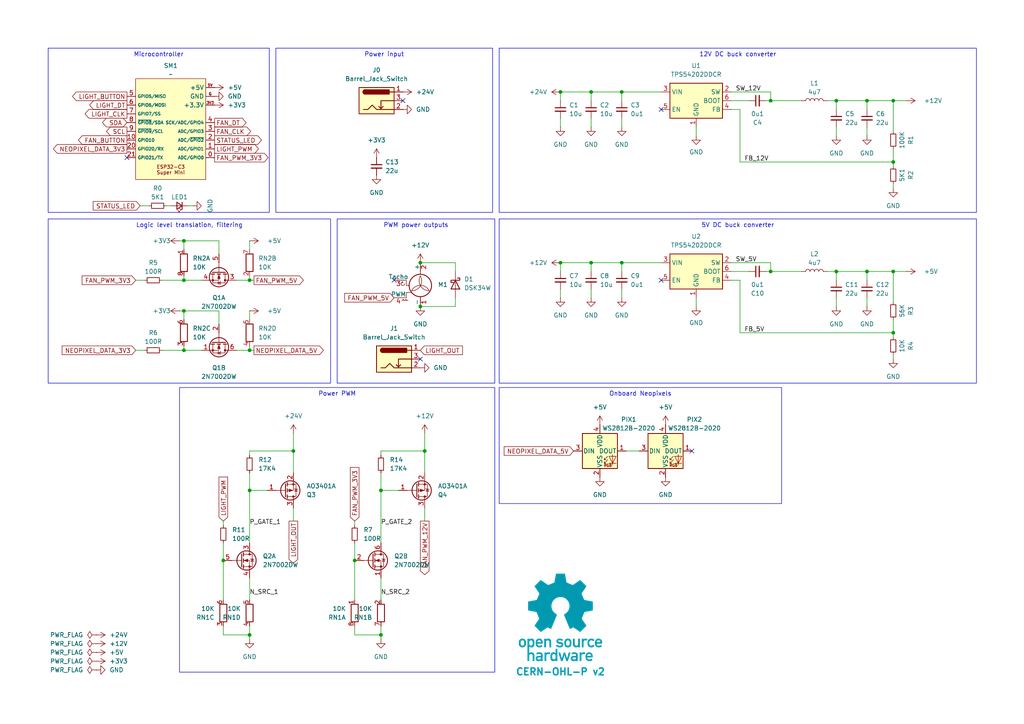
<source format=kicad_sch>
(kicad_sch (version 20231120) (generator "eeschema") (generator_version "8.0")
  (paper "A4")
  (junction (at 53.34 69.85))
  (junction (at 162.56 26.67))
  (junction (at 110.49 142.24))
  (junction (at 180.34 76.2))
  (junction (at 259.08 78.74))
  (junction (at 121.92 76.2))
  (junction (at 64.77 162.56))
  (junction (at 251.46 78.74))
  (junction (at 171.45 26.67))
  (junction (at 259.08 96.52))
  (junction (at 123.19 130.81))
  (junction (at 180.34 26.67))
  (junction (at 53.34 101.6))
  (junction (at 53.34 81.28))
  (junction (at 110.49 184.15))
  (junction (at 53.34 90.17))
  (junction (at 162.56 76.2))
  (junction (at 102.87 162.56))
  (junction (at 259.08 46.99))
  (junction (at 251.46 29.21))
  (junction (at 223.52 78.74))
  (junction (at 72.39 81.28))
  (junction (at 242.57 29.21))
  (junction (at 72.39 184.15))
  (junction (at 242.57 78.74))
  (junction (at 223.52 29.21))
  (junction (at 72.39 142.24))
  (junction (at 121.92 88.9))
  (junction (at 259.08 29.21))
  (junction (at 171.45 76.2))
  (junction (at 85.09 130.81))
  (junction (at 72.39 101.6))
  (no_connect (at 200.66 130.81))
  (no_connect (at 121.92 104.14))
  (no_connect (at 191.77 31.75))
  (no_connect (at 114.3 81.28))
  (no_connect (at 191.77 81.28))
  (no_connect (at 36.83 45.72))
  (no_connect (at 116.84 29.21))
  (wire (pts (xy 242.57 29.21) (xy 251.46 29.21)))
  (wire (pts (xy 72.39 142.24) (xy 72.39 157.48)))
  (wire (pts (xy 132.08 76.2) (xy 121.92 76.2)))
  (wire (pts (xy 52.07 69.85) (xy 53.34 69.85)))
  (wire (pts (xy 259.08 78.74) (xy 262.89 78.74)))
  (wire (pts (xy 214.63 31.75) (xy 212.09 31.75)))
  (wire (pts (xy 53.34 69.85) (xy 53.34 72.39)))
  (wire (pts (xy 132.08 78.74) (xy 132.08 76.2)))
  (wire (pts (xy 72.39 167.64) (xy 72.39 173.99)))
  (wire (pts (xy 52.07 90.17) (xy 53.34 90.17)))
  (wire (pts (xy 180.34 86.36) (xy 180.34 83.82)))
  (wire (pts (xy 72.39 69.85) (xy 72.39 72.39)))
  (wire (pts (xy 251.46 29.21) (xy 259.08 29.21)))
  (wire (pts (xy 110.49 184.15) (xy 110.49 185.42)))
  (wire (pts (xy 123.19 130.81) (xy 123.19 137.16)))
  (wire (pts (xy 212.09 78.74) (xy 217.17 78.74)))
  (wire (pts (xy 72.39 101.6) (xy 73.66 101.6)))
  (wire (pts (xy 201.93 88.9) (xy 201.93 86.36)))
  (wire (pts (xy 110.49 142.24) (xy 115.57 142.24)))
  (wire (pts (xy 251.46 78.74) (xy 259.08 78.74)))
  (wire (pts (xy 102.87 157.48) (xy 102.87 162.56)))
  (wire (pts (xy 110.49 167.64) (xy 110.49 173.99)))
  (wire (pts (xy 123.19 125.73) (xy 123.19 130.81)))
  (wire (pts (xy 72.39 132.08) (xy 72.39 130.81)))
  (wire (pts (xy 180.34 26.67) (xy 191.77 26.67)))
  (wire (pts (xy 63.5 73.66) (xy 63.5 69.85)))
  (wire (pts (xy 222.25 29.21) (xy 223.52 29.21)))
  (wire (pts (xy 102.87 151.13) (xy 102.87 152.4)))
  (wire (pts (xy 72.39 184.15) (xy 72.39 185.42)))
  (wire (pts (xy 39.37 81.28) (xy 41.91 81.28)))
  (wire (pts (xy 180.34 78.74) (xy 180.34 76.2)))
  (wire (pts (xy 251.46 31.75) (xy 251.46 29.21)))
  (wire (pts (xy 180.34 36.83) (xy 180.34 34.29)))
  (wire (pts (xy 214.63 46.99) (xy 214.63 31.75)))
  (wire (pts (xy 63.5 93.98) (xy 63.5 90.17)))
  (wire (pts (xy 162.56 86.36) (xy 162.56 83.82)))
  (wire (pts (xy 72.39 90.17) (xy 72.39 92.71)))
  (wire (pts (xy 64.77 157.48) (xy 64.77 162.56)))
  (wire (pts (xy 55.88 59.69) (xy 54.61 59.69)))
  (wire (pts (xy 110.49 142.24) (xy 110.49 157.48)))
  (wire (pts (xy 242.57 39.37) (xy 242.57 36.83)))
  (wire (pts (xy 214.63 96.52) (xy 259.08 96.52)))
  (wire (pts (xy 46.99 101.6) (xy 53.34 101.6)))
  (wire (pts (xy 39.37 101.6) (xy 41.91 101.6)))
  (wire (pts (xy 102.87 181.61) (xy 102.87 184.15)))
  (wire (pts (xy 212.09 29.21) (xy 217.17 29.21)))
  (wire (pts (xy 259.08 104.14) (xy 259.08 102.87)))
  (wire (pts (xy 171.45 86.36) (xy 171.45 83.82)))
  (wire (pts (xy 180.34 76.2) (xy 191.77 76.2)))
  (wire (pts (xy 110.49 181.61) (xy 110.49 184.15)))
  (wire (pts (xy 53.34 80.01) (xy 53.34 81.28)))
  (wire (pts (xy 242.57 88.9) (xy 242.57 86.36)))
  (wire (pts (xy 102.87 162.56) (xy 102.87 173.99)))
  (wire (pts (xy 53.34 100.33) (xy 53.34 101.6)))
  (wire (pts (xy 251.46 88.9) (xy 251.46 86.36)))
  (wire (pts (xy 259.08 46.99) (xy 259.08 48.26)))
  (wire (pts (xy 53.34 69.85) (xy 63.5 69.85)))
  (wire (pts (xy 85.09 151.13) (xy 85.09 147.32)))
  (wire (pts (xy 242.57 78.74) (xy 242.57 81.28)))
  (wire (pts (xy 181.61 130.81) (xy 185.42 130.81)))
  (wire (pts (xy 171.45 29.21) (xy 171.45 26.67)))
  (wire (pts (xy 110.49 137.16) (xy 110.49 142.24)))
  (wire (pts (xy 171.45 76.2) (xy 180.34 76.2)))
  (wire (pts (xy 259.08 96.52) (xy 259.08 97.79)))
  (wire (pts (xy 123.19 151.13) (xy 123.19 147.32)))
  (wire (pts (xy 72.39 81.28) (xy 73.66 81.28)))
  (wire (pts (xy 72.39 100.33) (xy 72.39 101.6)))
  (wire (pts (xy 64.77 162.56) (xy 64.77 173.99)))
  (wire (pts (xy 259.08 78.74) (xy 259.08 87.63)))
  (wire (pts (xy 251.46 81.28) (xy 251.46 78.74)))
  (wire (pts (xy 68.58 81.28) (xy 72.39 81.28)))
  (wire (pts (xy 162.56 76.2) (xy 171.45 76.2)))
  (wire (pts (xy 162.56 36.83) (xy 162.56 34.29)))
  (wire (pts (xy 212.09 26.67) (xy 223.52 26.67)))
  (wire (pts (xy 214.63 81.28) (xy 212.09 81.28)))
  (wire (pts (xy 102.87 184.15) (xy 110.49 184.15)))
  (wire (pts (xy 259.08 29.21) (xy 259.08 38.1)))
  (wire (pts (xy 214.63 46.99) (xy 259.08 46.99)))
  (wire (pts (xy 68.58 101.6) (xy 72.39 101.6)))
  (wire (pts (xy 162.56 78.74) (xy 162.56 76.2)))
  (wire (pts (xy 132.08 86.36) (xy 132.08 88.9)))
  (wire (pts (xy 121.92 88.9) (xy 132.08 88.9)))
  (wire (pts (xy 259.08 54.61) (xy 259.08 53.34)))
  (wire (pts (xy 72.39 137.16) (xy 72.39 142.24)))
  (wire (pts (xy 223.52 29.21) (xy 232.41 29.21)))
  (wire (pts (xy 171.45 78.74) (xy 171.45 76.2)))
  (wire (pts (xy 64.77 181.61) (xy 64.77 184.15)))
  (wire (pts (xy 110.49 130.81) (xy 123.19 130.81)))
  (wire (pts (xy 64.77 151.13) (xy 64.77 152.4)))
  (wire (pts (xy 110.49 132.08) (xy 110.49 130.81)))
  (wire (pts (xy 222.25 78.74) (xy 223.52 78.74)))
  (wire (pts (xy 251.46 39.37) (xy 251.46 36.83)))
  (wire (pts (xy 72.39 181.61) (xy 72.39 184.15)))
  (wire (pts (xy 72.39 80.01) (xy 72.39 81.28)))
  (wire (pts (xy 214.63 96.52) (xy 214.63 81.28)))
  (wire (pts (xy 53.34 101.6) (xy 58.42 101.6)))
  (wire (pts (xy 43.18 59.69) (xy 40.64 59.69)))
  (wire (pts (xy 171.45 26.67) (xy 180.34 26.67)))
  (wire (pts (xy 242.57 78.74) (xy 251.46 78.74)))
  (wire (pts (xy 162.56 26.67) (xy 171.45 26.67)))
  (wire (pts (xy 46.99 81.28) (xy 53.34 81.28)))
  (wire (pts (xy 72.39 142.24) (xy 77.47 142.24)))
  (wire (pts (xy 223.52 26.67) (xy 223.52 29.21)))
  (wire (pts (xy 85.09 130.81) (xy 85.09 137.16)))
  (wire (pts (xy 259.08 43.18) (xy 259.08 46.99)))
  (wire (pts (xy 259.08 92.71) (xy 259.08 96.52)))
  (wire (pts (xy 223.52 78.74) (xy 232.41 78.74)))
  (wire (pts (xy 53.34 90.17) (xy 53.34 92.71)))
  (wire (pts (xy 53.34 90.17) (xy 63.5 90.17)))
  (wire (pts (xy 259.08 29.21) (xy 262.89 29.21)))
  (wire (pts (xy 242.57 29.21) (xy 242.57 31.75)))
  (wire (pts (xy 162.56 29.21) (xy 162.56 26.67)))
  (wire (pts (xy 72.39 130.81) (xy 85.09 130.81)))
  (wire (pts (xy 53.34 81.28) (xy 58.42 81.28)))
  (wire (pts (xy 85.09 125.73) (xy 85.09 130.81)))
  (wire (pts (xy 223.52 76.2) (xy 223.52 78.74)))
  (wire (pts (xy 64.77 184.15) (xy 72.39 184.15)))
  (wire (pts (xy 212.09 76.2) (xy 223.52 76.2)))
  (wire (pts (xy 48.26 59.69) (xy 49.53 59.69)))
  (wire (pts (xy 180.34 29.21) (xy 180.34 26.67)))
  (wire (pts (xy 240.03 29.21) (xy 242.57 29.21)))
  (wire (pts (xy 240.03 78.74) (xy 242.57 78.74)))
  (wire (pts (xy 201.93 39.37) (xy 201.93 36.83)))
  (wire (pts (xy 171.45 36.83) (xy 171.45 34.29)))
  (image (at 162.56 179.07) (scale 0.37481))
  (text_box "Power input" (at 80.01 13.97 0) (size 62.865 47.625) (effects (font (size 1.27 1.27)) (justify top)))
  (text_box "12V DC buck converter" (at 144.78 13.97 0) (size 138.43 47.625) (effects (font (size 1.27 1.27)) (justify top)))
  (text_box "5V DC buck converter" (at 144.78 63.5 0) (size 138.43 47.625) (effects (font (size 1.27 1.27)) (justify top)))
  (text_box "Microcontroller" (at 13.97 13.97 0) (size 64.135 47.625) (effects (font (size 1.27 1.27)) (justify top)))
  (text_box "PWM power outputs" (at 97.79 63.5 0) (size 45.72 47.625) (effects (font (size 1.27 1.27)) (justify top)))
  (text_box "Onboard Neopixels" (at 144.78 112.395 0) (size 81.915 33.655) (effects (font (size 1.27 1.27)) (justify top)))
  (text_box "Logic level translation, filtering" (at 13.97 63.5 0) (size 81.915 47.625) (effects (font (size 1.27 1.27)) (justify top)))
  (text_box "Power PWM" (at 52.07 112.395 0) (size 91.44 82.55) (effects (font (size 1.27 1.27)) (justify top)))
  (text "CERN-OHL-P v2" (at 162.56 195.072 0) (effects (font (size 2 2) (thickness 0.4) (bold yes))))
  (label "N_SRC_2" (at 110.49 172.72 0))
  (label "SW_12V" (at 213.36 26.67 0))
  (label "SW_5V" (at 213.36 76.2 0))
  (label "N_SRC_1" (at 72.39 172.72 0))
  (label "FB_12V" (at 215.9 46.99 0))
  (label "P_GATE_2" (at 110.49 152.4 0))
  (label "P_GATE_1" (at 72.39 152.4 0))
  (label "FB_5V" (at 215.9 96.52 0))
  (global_label "FAN_PWM_5V" (shape input) (at 114.3 86.36 180) (property "Intersheetrefs" "${INTERSHEET_REFS}" (effects (hide yes))))
  (global_label "LIGHT_PWM" (shape output) (at 62.23 43.18 0) (property "Intersheetrefs" "${INTERSHEET_REFS}" (effects (hide yes))))
  (global_label "FAN_PWM_3V3" (shape output) (at 62.23 45.72 0) (property "Intersheetrefs" "${INTERSHEET_REFS}" (effects (hide yes))))
  (global_label "FAN_CLK" (shape output) (at 62.23 38.1 0) (property "Intersheetrefs" "${INTERSHEET_REFS}" (effects (hide yes))))
  (global_label "LIGHT_BUTTON" (shape output) (at 36.83 27.94 180) (property "Intersheetrefs" "${INTERSHEET_REFS}" (effects (hide yes))))
  (global_label "FAN_BUTTON" (shape input) (at 367.03 165.1 180) (property "Intersheetrefs" "${INTERSHEET_REFS}" (effects (hide yes))))
  (global_label "FAN_CLK" (shape input) (at 364.49 127 180) (property "Intersheetrefs" "${INTERSHEET_REFS}" (effects (hide yes))))
  (global_label "LIGHT_BUTTON" (shape input) (at 327.66 121.92 180) (property "Intersheetrefs" "${INTERSHEET_REFS}" (effects (hide yes))))
  (global_label "FAN_PWM_3V3" (shape input) (at 102.87 151.13 90) (property "Intersheetrefs" "${INTERSHEET_REFS}" (effects (hide yes))))
  (global_label "LIGHT_PWM" (shape input) (at 64.77 151.13 90) (property "Intersheetrefs" "${INTERSHEET_REFS}" (effects (hide yes))))
  (global_label "FAN_PWM_12V" (shape output) (at 123.19 151.13 270) (property "Intersheetrefs" "${INTERSHEET_REFS}" (effects (hide yes))))
  (global_label "FAN_DT" (shape input) (at 364.49 124.46 180) (property "Intersheetrefs" "${INTERSHEET_REFS}" (effects (hide yes))))
  (global_label "SDA" (shape bidirectional) (at 36.83 35.56 180) (property "Intersheetrefs" "${INTERSHEET_REFS}" (effects (hide yes))))
  (global_label "STATUS_LED" (shape input) (at 40.64 59.69 180) (property "Intersheetrefs" "${INTERSHEET_REFS}" (effects (hide yes))))
  (global_label "FAN_PWM_3V3" (shape input) (at 39.37 81.28 180) (property "Intersheetrefs" "${INTERSHEET_REFS}" (effects (hide yes))))
  (global_label "NEOPIXEL_DATA_3V3" (shape output) (at 36.83 43.18 180) (property "Intersheetrefs" "${INTERSHEET_REFS}" (effects (hide yes))))
  (global_label "FAN_PWM_12V" (shape input) (at 407.67 121.92 180) (property "Intersheetrefs" "${INTERSHEET_REFS}" (effects (hide yes))))
  (global_label "NEOPIXEL_DATA_5V" (shape input) (at 166.37 130.81 180) (property "Intersheetrefs" "${INTERSHEET_REFS}" (effects (hide yes))))
  (global_label "LIGHT_OUT" (shape input) (at 121.92 101.6 0) (property "Intersheetrefs" "${INTERSHEET_REFS}" (effects (hide yes))))
  (global_label "SCL" (shape output) (at 36.83 38.1 180) (property "Intersheetrefs" "${INTERSHEET_REFS}" (effects (hide yes))))
  (global_label "LIGHT_CLK" (shape input) (at 327.66 127 180) (property "Intersheetrefs" "${INTERSHEET_REFS}" (effects (hide yes))))
  (global_label "FAN_CLK" (shape input) (at 367.03 170.18 180) (property "Intersheetrefs" "${INTERSHEET_REFS}" (effects (hide yes))))
  (global_label "SCL" (shape input) (at 325.12 171.45 180) (property "Intersheetrefs" "${INTERSHEET_REFS}" (effects (hide yes))))
  (global_label "FAN_DT" (shape input) (at 367.03 167.64 180) (property "Intersheetrefs" "${INTERSHEET_REFS}" (effects (hide yes))))
  (global_label "LIGHT_OUT" (shape output) (at 85.09 151.13 270) (property "Intersheetrefs" "${INTERSHEET_REFS}" (effects (hide yes))))
  (global_label "LIGHT_CLK" (shape output) (at 36.83 33.02 180) (property "Intersheetrefs" "${INTERSHEET_REFS}" (effects (hide yes))))
  (global_label "LIGHT_DT" (shape output) (at 36.83 30.48 180) (property "Intersheetrefs" "${INTERSHEET_REFS}" (effects (hide yes))))
  (global_label "NEOPIXEL_DATA_5V" (shape output) (at 73.66 101.6 0) (property "Intersheetrefs" "${INTERSHEET_REFS}" (effects (hide yes))))
  (global_label "FAN_BUTTON" (shape input) (at 364.49 121.92 180) (property "Intersheetrefs" "${INTERSHEET_REFS}" (effects (hide yes))))
  (global_label "FAN_DT" (shape output) (at 62.23 35.56 0) (property "Intersheetrefs" "${INTERSHEET_REFS}" (effects (hide yes))))
  (global_label "STATUS_LED" (shape output) (at 62.23 40.64 0) (property "Intersheetrefs" "${INTERSHEET_REFS}" (effects (hide yes))))
  (global_label "FAN_PWM_5V" (shape output) (at 73.66 81.28 0) (property "Intersheetrefs" "${INTERSHEET_REFS}" (effects (hide yes))))
  (global_label "NEOPIXEL_DATA_3V3" (shape input) (at 39.37 101.6 180) (property "Intersheetrefs" "${INTERSHEET_REFS}" (effects (hide yes))))
  (global_label "SDA" (shape bidirectional) (at 325.12 168.91 180) (property "Intersheetrefs" "${INTERSHEET_REFS}" (effects (hide yes))))
  (global_label "FAN_BUTTON" (shape output) (at 36.83 40.64 180) (property "Intersheetrefs" "${INTERSHEET_REFS}" (effects (hide yes))))
  (global_label "LIGHT_DT" (shape input) (at 327.66 124.46 180) (property "Intersheetrefs" "${INTERSHEET_REFS}" (effects (hide yes))))
  (symbol (lib_id "Device:R_Pack04_Split") (at 72.39 177.8 0) (unit 4)
    (property "Reference" "RN1" (at 69.85 179.0701 0) (effects (justify right)))
    (property "Value" "10K" (at 69.85 176.5301 0) (effects (justify right)))
    (property "Footprint" "Resistor_SMD:R_Array_Convex_4x0603" (effects (hide yes)))
    (property "Description" "4 resistor network, parallel topology, split" (effects (hide yes)))
  )
  (symbol (lib_id "Device:C_Small") (at 242.57 34.29 0) (unit 1)
    (property "Reference" "C5" (at 245.11 33.0262 0) (effects (justify left)))
    (property "Value" "22u" (at 245.11 35.5662 0) (effects (justify left)))
    (property "Footprint" "custom:C_0805_2012Metric_Pad1.18x1.45mm_HandSolder" (effects (hide yes)))
    (property "Description" "Unpolarized capacitor, small symbol" (effects (hide yes)))
  )
  (symbol (lib_id "power:GND") (at 62.23 27.94 90) (mirror x) (unit 1)
    (property "Reference" "#PWR05" (effects (hide yes)))
    (property "Value" "GND" (at 66.04 27.9401 90) (effects (justify right)))
    (property "Description" "Power symbol creates a global label with name \"GND\" , ground" (effects (hide yes)))
  )
  (symbol (lib_id "Device:R_Pack04_Split") (at 72.39 76.2 0) (unit 2)
    (property "Reference" "RN2" (at 74.93 74.9299 0) (effects (justify left)))
    (property "Value" "10K" (at 74.93 77.4699 0) (effects (justify left)))
    (property "Footprint" "Resistor_SMD:R_Array_Convex_4x0603" (effects (hide yes)))
    (property "Description" "4 resistor network, parallel topology, split" (effects (hide yes)))
  )
  (symbol (lib_id "power:+5V") (at 173.99 123.19 0) (unit 1)
    (property "Reference" "#PWR043" (effects (hide yes)))
    (property "Value" "+5V" (at 173.99 118.11 0))
    (property "Description" "Power symbol creates a global label with name \"+5V\"" (effects (hide yes)))
  )
  (symbol (lib_id "Device:R_Small") (at 45.72 59.69 270) (mirror x) (unit 1)
    (property "Reference" "R0" (at 45.72 54.61 90))
    (property "Value" "5K1" (at 45.72 57.15 90))
    (property "Footprint" "Resistor_SMD:R_0603_1608Metric_Pad0.98x0.95mm_HandSolder" (effects (hide yes)))
    (property "Description" "Resistor, small symbol" (effects (hide yes)))
  )
  (symbol (lib_id "Device:R_Small") (at 72.39 134.62 0) (unit 1)
    (property "Reference" "R12" (at 74.93 133.3499 0) (effects (justify left)))
    (property "Value" "17K4" (at 74.93 135.8899 0) (effects (justify left)))
    (property "Footprint" "Resistor_SMD:R_0603_1608Metric_Pad0.98x0.95mm_HandSolder" (effects (hide yes)))
    (property "Description" "Resistor, small symbol" (effects (hide yes)))
  )
  (symbol (lib_id "power:VCC") (at 123.19 125.73 0) (unit 1)
    (property "Reference" "#PWR050" (effects (hide yes)))
    (property "Value" "+12V" (at 123.19 120.65 0))
    (property "Description" "Power symbol creates a global label with name \"VCC\"" (effects (hide yes)))
  )
  (symbol (lib_id "Device:R_Small") (at 259.08 40.64 0) (mirror x) (unit 1)
    (property "Reference" "R1" (at 264.16 40.64 90))
    (property "Value" "100K" (at 261.62 40.64 90))
    (property "Footprint" "Resistor_SMD:R_0603_1608Metric_Pad0.98x0.95mm_HandSolder" (effects (hide yes)))
    (property "Description" "Resistor, small symbol" (effects (hide yes)))
  )
  (symbol (lib_id "power:+5V") (at 262.89 29.21 270) (unit 1)
    (property "Reference" "#PWR019" (effects (hide yes)))
    (property "Value" "+12V" (at 267.97 29.2099 90) (effects (justify left)))
    (property "Description" "Power symbol creates a global label with name \"+5V\"" (effects (hide yes)))
  )
  (symbol (lib_id "Device:C_Small") (at 219.71 78.74 90) (mirror x) (unit 1)
    (property "Reference" "C10" (at 219.7163 85.09 90))
    (property "Value" "0u1" (at 219.7163 82.55 90))
    (property "Footprint" "custom:C_0603_1608Metric_Pad1.08x0.95mm_HandSolder" (effects (hide yes)))
    (property "Description" "Unpolarized capacitor, small symbol" (effects (hide yes)))
  )
  (symbol (lib_id "lcsc:2N7002DW") (at 107.95 162.56 0) (unit 2)
    (property "Reference" "Q2" (at 114.3 161.2899 0) (effects (justify left)))
    (property "Value" "2N7002DW" (at 114.3 163.8299 0) (effects (justify left)))
    (property "Footprint" "Package_TO_SOT_SMD:SOT-363_SC-70-6" (effects (hide yes)))
    (property "Datasheet" "https://www.onsemi.com/download/data-sheet/pdf/2n7002dw-d.pdf" (effects (hide yes)))
    (property "Description" "0.115A Id, 60V Vds, Dual N-Channel MOSFET, SOT-23-6" (effects (hide yes)))
    (property "LCSC Part" "C5190214" (effects (hide yes)))
    (property "JLCPCB_CORRECTION" "0; 0; 270" (effects (hide yes)))
  )
  (symbol (lib_id "LED:WS2812B-2020") (at 193.04 130.81 0) (unit 1)
    (property "Reference" "PIX2" (at 201.422 121.666 0))
    (property "Value" "WS2812B-2020" (at 201.422 124.206 0))
    (property "Footprint" "lcsc:LED-SMD_4P-L2.0-W2.0-BR-1" (effects (hide yes)))
    (property "Datasheet" "https://cdn-shop.adafruit.com/product-files/4684/4684_WS2812B-2020_V1.3_EN.pdf" (effects (hide yes)))
    (property "Description" "RGB LED with integrated controller, 2.0 x 2.0 mm, 12 mA" (effects (hide yes)))
  )
  (symbol (lib_id "Device:C_Small") (at 251.46 34.29 0) (unit 1)
    (property "Reference" "C6" (at 254 33.0262 0) (effects (justify left)))
    (property "Value" "22u" (at 254 35.5662 0) (effects (justify left)))
    (property "Footprint" "custom:C_0805_2012Metric_Pad1.18x1.45mm_HandSolder" (effects (hide yes)))
    (property "Description" "Unpolarized capacitor, small symbol" (effects (hide yes)))
  )
  (symbol (lib_id "power:VCC") (at 162.56 76.2 90) (unit 1)
    (property "Reference" "#PWR020" (effects (hide yes)))
    (property "Value" "+12V" (at 158.75 76.1999 90) (effects (justify left)))
    (property "Description" "Power symbol creates a global label with name \"VCC\"" (effects (hide yes)))
  )
  (symbol (lib_id "power:GND") (at 109.22 50.8 0) (unit 1)
    (property "Reference" "#PWR034" (effects (hide yes)))
    (property "Value" "GND" (at 109.22 55.88 0))
  )
  (symbol (lib_id "power:+3V3") (at 52.07 69.85 90) (unit 1)
    (property "Reference" "#PWR039" (effects (hide yes)))
    (property "Value" "+3V3" (at 49.53 69.8499 90) (effects (justify left)))
    (property "Description" "Power symbol creates a global label with name \"+3V3\"" (effects (hide yes)))
  )
  (symbol (lib_id "power:GND") (at 162.56 86.36 0) (unit 1)
    (property "Reference" "#PWR021" (effects (hide yes)))
    (property "Value" "GND" (at 162.56 91.44 0))
    (property "Description" "Power symbol creates a global label with name \"GND\" , ground" (effects (hide yes)))
  )
  (symbol (lib_id "Device:C_Small") (at 162.56 31.75 0) (unit 1)
    (property "Reference" "C1" (at 165.1 30.4862 0) (effects (justify left)))
    (property "Value" "10u" (at 165.1 33.0262 0) (effects (justify left)))
    (property "Footprint" "custom:C_0603_1608Metric_Pad1.08x0.95mm_HandSolder" (effects (hide yes)))
    (property "Description" "Unpolarized capacitor, small symbol" (effects (hide yes)))
  )
  (symbol (lib_id "power:VCC") (at 62.23 30.48 270) (mirror x) (unit 1)
    (property "Reference" "#PWR04" (effects (hide yes)))
    (property "Value" "+3V3" (at 66.04 30.4801 90) (effects (justify left)))
    (property "Description" "Power symbol creates a global label with name \"VCC\"" (effects (hide yes)))
  )
  (symbol (lib_id "power:GND") (at 369.57 132.08 0) (unit 1)
    (property "Reference" "#PWR056" (effects (hide yes)))
    (property "Value" "GND" (at 369.57 137.16 0))
    (property "Description" "Power symbol creates a global label with name \"GND\" , ground" (effects (hide yes)))
  )
  (symbol (lib_id "power:PWR_FLAG") (at 27.94 184.15 90) (unit 1)
    (property "Reference" "#FLG05" (effects (hide yes)))
    (property "Value" "PWR_FLAG" (at 24.13 184.1499 90) (effects (justify left)))
    (property "Description" "Special symbol for telling ERC where power comes from" (effects (hide yes)))
  )
  (symbol (lib_id "power:GND") (at 242.57 88.9 0) (unit 1)
    (property "Reference" "#PWR025" (effects (hide yes)))
    (property "Value" "GND" (at 242.57 93.98 0))
    (property "Description" "Power symbol creates a global label with name \"GND\" , ground" (effects (hide yes)))
  )
  (symbol (lib_id "power:GND") (at 201.93 88.9 0) (unit 1)
    (property "Reference" "#PWR024" (effects (hide yes)))
    (property "Value" "GND" (at 201.93 93.6301 0))
    (property "Description" "Power symbol creates a global label with name \"GND\" , ground" (effects (hide yes)))
  )
  (symbol (lib_id "Connector:Barrel_Jack_Switch") (at 114.3 104.14 0) (unit 1)
    (property "Reference" "J1" (at 114.3 95.25 0))
    (property "Value" "Barrel_Jack_Switch" (at 114.3 97.79 0))
    (property "Footprint" "custom:DC-IN_DC-050-2.0-BB_rev2" (effects (hide yes)))
    (property "Description" "DC Barrel Jack with an internal switch" (effects (hide yes)))
  )
  (symbol (lib_id "power:VCC") (at 121.92 76.2 0) (unit 1)
    (property "Reference" "#PWR08" (effects (hide yes)))
    (property "Value" "+12V" (at 121.92 71.12 0))
    (property "Description" "Power symbol creates a global label with name \"VCC\"" (effects (hide yes)))
  )
  (symbol (lib_id "Device:R_Small") (at 44.45 81.28 270) (mirror x) (unit 1)
    (property "Reference" "R5" (at 44.45 76.2 90))
    (property "Value" "100R" (at 44.45 78.74 90))
    (property "Footprint" "Resistor_SMD:R_0603_1608Metric_Pad0.98x0.95mm_HandSolder" (effects (hide yes)))
    (property "Description" "Resistor, small symbol" (effects (hide yes)))
  )
  (symbol (lib_id "power:+5V") (at 262.89 78.74 270) (unit 1)
    (property "Reference" "#PWR028" (effects (hide yes)))
    (property "Value" "+5V" (at 267.97 78.7399 90) (effects (justify left)))
    (property "Description" "Power symbol creates a global label with name \"+5V\"" (effects (hide yes)))
  )
  (symbol (lib_id "power:GND") (at 259.08 54.61 0) (unit 1)
    (property "Reference" "#PWR018" (effects (hide yes)))
    (property "Value" "GND" (at 259.08 59.69 0))
    (property "Description" "Power symbol creates a global label with name \"GND\" , ground" (effects (hide yes)))
  )
  (symbol (lib_id "power:GND") (at 325.12 163.83 270) (unit 1)
    (property "Reference" "#PWR060" (effects (hide yes)))
    (property "Value" "GND" (at 321.31 163.8299 90) (effects (justify right)))
    (property "Description" "Power symbol creates a global label with name \"GND\" , ground" (effects (hide yes)))
  )
  (symbol (lib_id "power:VCC") (at 327.66 119.38 90) (unit 1)
    (property "Reference" "#PWR052" (effects (hide yes)))
    (property "Value" "+3V3" (at 323.85 119.3799 90) (effects (justify left)))
    (property "Description" "Power symbol creates a global label with name \"VCC\"" (effects (hide yes)))
  )
  (symbol (lib_id "power:VCC") (at 27.94 191.77 270) (unit 1)
    (property "Reference" "#PWR01" (effects (hide yes)))
    (property "Value" "+3V3" (at 31.75 191.7699 90) (effects (justify left)))
    (property "Description" "Power symbol creates a global label with name \"VCC\"" (effects (hide yes)))
  )
  (symbol (lib_id "power:GND") (at 171.45 86.36 0) (unit 1)
    (property "Reference" "#PWR022" (effects (hide yes)))
    (property "Value" "GND" (at 171.45 91.44 0))
    (property "Description" "Power symbol creates a global label with name \"GND\" , ground" (effects (hide yes)))
  )
  (symbol (lib_id "aliexpress:ESP32-C3-Super-Mini") (at 49.53 36.83 0) (unit 1)
    (property "Reference" "SM1" (at 49.53 19.05 0))
    (property "Value" "~" (at 49.53 21.59 0))
    (property "Footprint" "aliexpress:ESP32-C3-Super-Mini-Castellated-SMD-only" (effects (hide yes)))
  )
  (symbol (lib_id "power:+3V3") (at 52.07 90.17 90) (unit 1)
    (property "Reference" "#PWR040" (effects (hide yes)))
    (property "Value" "+3V3" (at 49.53 90.1699 90) (effects (justify left)))
    (property "Description" "Power symbol creates a global label with name \"+3V3\"" (effects (hide yes)))
  )
  (symbol (lib_id "power:VCC") (at 62.23 25.4 270) (unit 1)
    (property "Reference" "#PWR03" (effects (hide yes)))
    (property "Value" "+5V" (at 66.04 25.3999 90) (effects (justify left)))
    (property "Description" "Power symbol creates a global label with name \"VCC\"" (effects (hide yes)))
  )
  (symbol (lib_id "Device:C_Small") (at 180.34 31.75 0) (unit 1)
    (property "Reference" "C3" (at 182.88 30.4862 0) (effects (justify left)))
    (property "Value" "0u1" (at 182.88 33.0262 0) (effects (justify left)))
    (property "Footprint" "custom:C_0603_1608Metric_Pad1.08x0.95mm_HandSolder" (effects (hide yes)))
    (property "Description" "Unpolarized capacitor, small symbol" (effects (hide yes)))
  )
  (symbol (lib_id "Device:C_Small") (at 180.34 81.28 0) (unit 1)
    (property "Reference" "C9" (at 182.88 80.0162 0) (effects (justify left)))
    (property "Value" "0u1" (at 182.88 82.5562 0) (effects (justify left)))
    (property "Footprint" "custom:C_0603_1608Metric_Pad1.08x0.95mm_HandSolder" (effects (hide yes)))
    (property "Description" "Unpolarized capacitor, small symbol" (effects (hide yes)))
  )
  (symbol (lib_id "power:VCC") (at 27.94 189.23 270) (unit 1)
    (property "Reference" "#PWR06" (effects (hide yes)))
    (property "Value" "+5V" (at 31.75 189.2299 90) (effects (justify left)))
    (property "Description" "Power symbol creates a global label with name \"VCC\"" (effects (hide yes)))
  )
  (symbol (lib_id "Device:D_Schottky") (at 132.08 82.55 270) (unit 1)
    (property "Reference" "D1" (at 134.62 80.9624 90) (effects (justify left)))
    (property "Value" "DSK34W" (at 134.62 83.5024 90) (effects (justify left)))
    (property "Footprint" "custom:D_SOD-123F_simple" (effects (hide yes)))
    (property "Description" "Schottky diode" (effects (hide yes)))
  )
  (symbol (lib_id "power:GND") (at 180.34 36.83 0) (unit 1)
    (property "Reference" "#PWR014" (effects (hide yes)))
    (property "Value" "GND" (at 180.34 41.91 0))
    (property "Description" "Power symbol creates a global label with name \"GND\" , ground" (effects (hide yes)))
  )
  (symbol (lib_id "Device:L") (at 236.22 78.74 90) (unit 1)
    (property "Reference" "L2" (at 236.22 73.66 90))
    (property "Value" "4u7" (at 236.22 76.2 90))
    (property "Footprint" "lcsc:IND-SMD_L2.5-W2.0_MHCHL2520" (effects (hide yes)))
    (property "Description" "Inductor" (effects (hide yes)))
    (property "LCSC Part" "C22471106" (effects (hide yes)))
  )
  (symbol (lib_id "Motor:Fan_4pin") (at 121.92 83.82 0) (unit 1)
    (property "Reference" "M1" (at 127 82.5499 0) (effects (justify left)))
    (property "Value" "KF2510" (effects (hide yes)))
    (property "Footprint" "connectors:FanPinHeader_1x04_P2.54mm_Horizontal" (effects (hide yes)))
    (property "Datasheet" "http://www.formfactors.org/developer%5Cspecs%5Crev1_2_public.pdf" (effects (hide yes)))
    (property "Description" "Fan, tacho output, PWM input, 4-pin connector" (effects (hide yes)))
  )
  (symbol (lib_id "Transistor_FET:AO3401A") (at 82.55 142.24 0) (mirror x) (unit 1)
    (property "Reference" "Q3" (at 88.9 143.5101 0) (effects (justify left)))
    (property "Value" "AO3401A" (at 88.9 140.9701 0) (effects (justify left)))
    (property "Footprint" "Package_TO_SOT_SMD:SOT-23" (effects (hide yes)))
    (property "Datasheet" "http://www.aosmd.com/pdfs/datasheet/AO3401A.pdf" (effects (hide yes)))
    (property "Description" "-4.0A Id, -30V Vds, P-Channel MOSFET, SOT-23" (effects (hide yes)))
  )
  (symbol (lib_id "power:GND") (at 27.94 194.31 90) (unit 1)
    (property "Reference" "#PWR02" (effects (hide yes)))
    (property "Value" "GND" (at 31.75 194.3099 90) (effects (justify right)))
    (property "Description" "Power symbol creates a global label with name \"GND\" , ground" (effects (hide yes)))
  )
  (symbol (lib_id "power:GND") (at 121.92 106.68 90) (unit 1)
    (property "Reference" "#PWR031" (effects (hide yes)))
    (property "Value" "GND" (at 125.73 106.6799 90) (effects (justify right)))
    (property "Description" "Power symbol creates a global label with name \"GND\" , ground" (effects (hide yes)))
  )
  (symbol (lib_id "lcsc:2N7002DW") (at 69.85 162.56 0) (unit 1)
    (property "Reference" "Q2" (at 76.2 161.2899 0) (effects (justify left)))
    (property "Value" "2N7002DW" (at 76.2 163.8299 0) (effects (justify left)))
    (property "Footprint" "Package_TO_SOT_SMD:SOT-363_SC-70-6" (effects (hide yes)))
    (property "Datasheet" "https://www.onsemi.com/download/data-sheet/pdf/2n7002dw-d.pdf" (effects (hide yes)))
    (property "Description" "0.115A Id, 60V Vds, Dual N-Channel MOSFET, SOT-23-6" (effects (hide yes)))
    (property "LCSC Part" "C5190214" (effects (hide yes)))
    (property "JLCPCB_CORRECTION" "0; 0; 270" (effects (hide yes)))
  )
  (symbol (lib_id "Device:C_Small") (at 171.45 81.28 0) (unit 1)
    (property "Reference" "C8" (at 173.99 80.0162 0) (effects (justify left)))
    (property "Value" "10u" (at 173.99 82.5562 0) (effects (justify left)))
    (property "Footprint" "custom:C_0603_1608Metric_Pad1.08x0.95mm_HandSolder" (effects (hide yes)))
    (property "Description" "Unpolarized capacitor, small symbol" (effects (hide yes)))
  )
  (symbol (lib_id "Transistor_FET:AO3401A") (at 120.65 142.24 0) (mirror x) (unit 1)
    (property "Reference" "Q4" (at 127 143.5101 0) (effects (justify left)))
    (property "Value" "AO3401A" (at 127 140.9701 0) (effects (justify left)))
    (property "Footprint" "Package_TO_SOT_SMD:SOT-23" (effects (hide yes)))
    (property "Datasheet" "http://www.aosmd.com/pdfs/datasheet/AO3401A.pdf" (effects (hide yes)))
    (property "Description" "-4.0A Id, -30V Vds, P-Channel MOSFET, SOT-23" (effects (hide yes)))
  )
  (symbol (lib_id "Connector_Generic:Conn_01x05") (at 372.11 165.1 0) (unit 1)
    (property "Reference" "J6" (at 374.65 163.8299 0) (effects (justify left)))
    (property "Value" "Pin headers" (at 374.65 166.3699 0) (effects (justify left)))
    (property "Footprint" "custom:PinHeader_1x05_P2.54mm_Vertical_simple_pad1gnd" (effects (hide yes)))
    (property "Description" "Generic connector, single row, 01x05, script generated (kicad-library-utils/schlib/autogen/connector/)" (effects (hide yes)))
  )
  (symbol (lib_id "power:VCC") (at 325.12 166.37 90) (unit 1)
    (property "Reference" "#PWR061" (effects (hide yes)))
    (property "Value" "+3V3" (at 321.31 166.3699 90) (effects (justify left)))
    (property "Description" "Power symbol creates a global label with name \"VCC\"" (effects (hide yes)))
  )
  (symbol (lib_id "power:+5V") (at 193.04 123.19 0) (unit 1)
    (property "Reference" "#PWR045" (effects (hide yes)))
    (property "Value" "+5V" (at 193.04 118.11 0))
    (property "Description" "Power symbol creates a global label with name \"+5V\"" (effects (hide yes)))
  )
  (symbol (lib_id "power:PWR_FLAG") (at 27.94 186.69 90) (unit 1)
    (property "Reference" "#FLG04" (effects (hide yes)))
    (property "Value" "PWR_FLAG" (at 24.13 186.6899 90) (effects (justify left)))
    (property "Description" "Special symbol for telling ERC where power comes from" (effects (hide yes)))
  )
  (symbol (lib_id "power:GND") (at 173.99 138.43 0) (unit 1)
    (property "Reference" "#PWR044" (effects (hide yes)))
    (property "Value" "GND" (at 173.99 143.51 0))
    (property "Description" "Power symbol creates a global label with name \"GND\" , ground" (effects (hide yes)))
  )
  (symbol (lib_id "power:VCC") (at 116.84 26.67 270) (unit 1)
    (property "Reference" "#PWR029" (effects (hide yes)))
    (property "Value" "+24V" (at 120.65 26.6699 90) (effects (justify left)))
    (property "Description" "Power symbol creates a global label with name \"VCC\"" (effects (hide yes)))
  )
  (symbol (lib_id "connectors:Qwiic") (at 330.2 166.37 0) (unit 1)
    (property "Reference" "J5" (at 323.596 175.514 0) (effects (justify left)))
    (property "Value" "Qwiic" (effects (hide yes)))
    (property "Footprint" "connectors:Qwiic-SMD-horizontal-logo-bottom-pinout" (effects (hide yes)))
    (property "Datasheet" "https://www.sparkfun.com/qwiic" (effects (hide yes)))
    (property "Description" "Qwiic connector, JST SH 1.0mm 1x04" (effects (hide yes)))
  )
  (symbol (lib_id "power:GND") (at 364.49 116.84 270) (unit 1)
    (property "Reference" "#PWR054" (effects (hide yes)))
    (property "Value" "GND" (at 360.68 116.8399 90) (effects (justify right)))
    (property "Description" "Power symbol creates a global label with name \"GND\" , ground" (effects (hide yes)))
  )
  (symbol (lib_id "lcsc:2N7002DW") (at 63.5 99.06 270) (unit 2)
    (property "Reference" "Q1" (at 63.5 106.68 90))
    (property "Value" "2N7002DW" (at 63.5 109.22 90))
    (property "Footprint" "Package_TO_SOT_SMD:SOT-363_SC-70-6" (effects (hide yes)))
    (property "Datasheet" "https://www.onsemi.com/download/data-sheet/pdf/2n7002dw-d.pdf" (effects (hide yes)))
    (property "Description" "0.115A Id, 60V Vds, Dual N-Channel MOSFET, SOT-23-6" (effects (hide yes)))
    (property "LCSC Part" "C5190214" (effects (hide yes)))
    (property "JLCPCB_CORRECTION" "0; 0; 270" (effects (hide yes)))
  )
  (symbol (lib_id "Device:R_Pack04_Split") (at 110.49 177.8 180) (unit 2)
    (property "Reference" "RN1" (at 107.95 179.0701 0) (effects (justify left)))
    (property "Value" "10K" (at 107.95 176.5301 0) (effects (justify left)))
    (property "Footprint" "Resistor_SMD:R_Array_Convex_4x0603" (effects (hide yes)))
    (property "Description" "4 resistor network, parallel topology, split" (effects (hide yes)))
  )
  (symbol (lib_id "Device:LED_Small") (at 52.07 59.69 180) (unit 1)
    (property "Reference" "LED1" (at 52.07 57.15 0))
    (property "Value" "LED_Small" (effects (hide yes)))
    (property "Footprint" "custom:LED_0603_1608Metric_Pad1.05x0.95mm_HandSolder_simple" (effects (hide yes)))
    (property "Description" "Light emitting diode, small symbol" (effects (hide yes)))
  )
  (symbol (lib_id "Device:C_Small") (at 171.45 31.75 0) (unit 1)
    (property "Reference" "C2" (at 173.99 30.4862 0) (effects (justify left)))
    (property "Value" "10u" (at 173.99 33.0262 0) (effects (justify left)))
    (property "Footprint" "custom:C_0603_1608Metric_Pad1.08x0.95mm_HandSolder" (effects (hide yes)))
    (property "Description" "Unpolarized capacitor, small symbol" (effects (hide yes)))
  )
  (symbol (lib_id "power:GND") (at 55.88 59.69 90) (unit 1)
    (property "Reference" "#PWR032" (effects (hide yes)))
    (property "Value" "GND" (at 60.96 59.69 0))
    (property "Description" "Power symbol creates a global label with name \"GND\" , ground" (effects (hide yes)))
  )
  (symbol (lib_id "Device:C_Small") (at 109.22 48.26 0) (unit 1)
    (property "Reference" "C13" (at 111.76 46.9962 0) (effects (justify left)))
    (property "Value" "22u" (at 111.76 49.5362 0) (effects (justify left)))
    (property "Footprint" "custom:C_0603_1608Metric_Pad1.08x0.95mm_HandSolder" (effects (hide yes)))
    (property "Description" "Unpolarized capacitor, small symbol" (effects (hide yes)))
  )
  (symbol (lib_id "Device:R_Small") (at 44.45 101.6 270) (mirror x) (unit 1)
    (property "Reference" "R6" (at 44.45 96.52 90))
    (property "Value" "100R" (at 44.45 99.06 90))
    (property "Footprint" "Resistor_SMD:R_0603_1608Metric_Pad0.98x0.95mm_HandSolder" (effects (hide yes)))
    (property "Description" "Resistor, small symbol" (effects (hide yes)))
  )
  (symbol (lib_id "power:GND") (at 327.66 116.84 270) (unit 1)
    (property "Reference" "#PWR051" (effects (hide yes)))
    (property "Value" "GND" (at 323.85 116.8399 90) (effects (justify right)))
    (property "Description" "Power symbol creates a global label with name \"GND\" , ground" (effects (hide yes)))
  )
  (symbol (lib_id "lcsc:2N7002DW") (at 63.5 78.74 270) (unit 1)
    (property "Reference" "Q1" (at 63.5 86.36 90))
    (property "Value" "2N7002DW" (at 63.5 88.9 90))
    (property "Footprint" "Package_TO_SOT_SMD:SOT-363_SC-70-6" (effects (hide yes)))
    (property "Datasheet" "https://www.onsemi.com/download/data-sheet/pdf/2n7002dw-d.pdf" (effects (hide yes)))
    (property "Description" "0.115A Id, 60V Vds, Dual N-Channel MOSFET, SOT-23-6" (effects (hide yes)))
    (property "LCSC Part" "C5190214" (effects (hide yes)))
    (property "JLCPCB_CORRECTION" "0; 0; 270" (effects (hide yes)))
  )
  (symbol (lib_name "TPS54202DDCR_1") (lib_id "lcsc:TPS54202DDCR") (at 201.93 29.21 0) (unit 1)
    (property "Reference" "U1" (at 201.93 19.05 0))
    (property "Value" "TPS54202DDCR" (at 201.93 21.59 0))
    (property "Footprint" "Package_TO_SOT_SMD:SOT-23-6" (effects (hide yes)))
    (property "Datasheet" "http://www.ti.com/lit/ds/symlink/tps563200.pdf" (effects (hide yes)))
    (property "Description" "2A Synchronous Step-Down Voltage Regulator, Adjustable Output Voltage, 4.5-28V Input Voltage, SOT-23-6" (effects (hide yes)))
    (property "LCSC Part" "C191884" (effects (hide yes)))
  )
  (symbol (lib_id "power:+5V") (at 72.39 69.85 270) (unit 1)
    (property "Reference" "#PWR041" (effects (hide yes)))
    (property "Value" "+5V" (at 77.47 69.8499 90) (effects (justify left)))
    (property "Description" "Power symbol creates a global label with name \"+5V\"" (effects (hide yes)))
  )
  (symbol (lib_id "power:PWR_FLAG") (at 27.94 191.77 90) (unit 1)
    (property "Reference" "#FLG01" (effects (hide yes)))
    (property "Value" "PWR_FLAG" (at 24.13 191.7699 90) (effects (justify left)))
    (property "Description" "Special symbol for telling ERC where power comes from" (effects (hide yes)))
  )
  (symbol (lib_id "Device:C_Small") (at 219.71 29.21 90) (mirror x) (unit 1)
    (property "Reference" "C4" (at 219.7163 35.56 90))
    (property "Value" "0u1" (at 219.7163 33.02 90))
    (property "Footprint" "custom:C_0603_1608Metric_Pad1.08x0.95mm_HandSolder" (effects (hide yes)))
    (property "Description" "Unpolarized capacitor, small symbol" (effects (hide yes)))
  )
  (symbol (lib_id "power:GND") (at 332.74 132.08 0) (unit 1)
    (property "Reference" "#PWR053" (effects (hide yes)))
    (property "Value" "GND" (at 332.74 137.16 0))
    (property "Description" "Power symbol creates a global label with name \"GND\" , ground" (effects (hide yes)))
  )
  (symbol (lib_id "Connector_Generic_MountingPin:Conn_01x05_MountingPin") (at 332.74 121.92 0) (unit 1)
    (property "Reference" "J2" (at 335.28 121.0055 0) (effects (justify left)))
    (property "Value" "JST SH" (at 335.28 123.5455 0) (effects (justify left)))
    (property "Footprint" "custom:JST_SH_SM05B-SRSS-TB_1x05-1MP_P1.00mm_Horizontal" (effects (hide yes)))
    (property "Description" "Generic connectable mounting pin connector, single row, 01x05, script generated (kicad-library-utils/schlib/autogen/connector/)" (effects (hide yes)))
  )
  (symbol (lib_id "Device:R_Small") (at 259.08 50.8 0) (mirror x) (unit 1)
    (property "Reference" "R2" (at 264.16 50.8 90))
    (property "Value" "5K1" (at 261.62 50.8 90))
    (property "Footprint" "Resistor_SMD:R_0603_1608Metric_Pad0.98x0.95mm_HandSolder" (effects (hide yes)))
    (property "Description" "Resistor, small symbol" (effects (hide yes)))
  )
  (symbol (lib_id "power:+5V") (at 72.39 90.17 270) (unit 1)
    (property "Reference" "#PWR042" (effects (hide yes)))
    (property "Value" "+5V" (at 77.47 90.1699 90) (effects (justify left)))
    (property "Description" "Power symbol creates a global label with name \"+5V\"" (effects (hide yes)))
  )
  (symbol (lib_id "Connector:Barrel_Jack_Switch") (at 109.22 29.21 0) (unit 1)
    (property "Reference" "J0" (at 109.22 20.32 0))
    (property "Value" "Barrel_Jack_Switch" (at 109.22 22.86 0))
    (property "Footprint" "custom:DC-IN_DC-050-2.0-BB_rev2" (effects (hide yes)))
    (property "Description" "DC Barrel Jack with an internal switch" (effects (hide yes)))
  )
  (symbol (lib_id "power:GND") (at 180.34 86.36 0) (unit 1)
    (property "Reference" "#PWR023" (effects (hide yes)))
    (property "Value" "GND" (at 180.34 91.44 0))
    (property "Description" "Power symbol creates a global label with name \"GND\" , ground" (effects (hide yes)))
  )
  (symbol (lib_id "power:GND") (at 201.93 39.37 0) (unit 1)
    (property "Reference" "#PWR015" (effects (hide yes)))
    (property "Value" "GND" (at 201.93 44.1001 0))
    (property "Description" "Power symbol creates a global label with name \"GND\" , ground" (effects (hide yes)))
  )
  (symbol (lib_id "power:PWR_FLAG") (at 27.94 189.23 90) (unit 1)
    (property "Reference" "#FLG03" (effects (hide yes)))
    (property "Value" "PWR_FLAG" (at 24.13 189.2299 90) (effects (justify left)))
    (property "Description" "Special symbol for telling ERC where power comes from" (effects (hide yes)))
  )
  (symbol (lib_id "power:GND") (at 110.49 185.42 0) (unit 1)
    (property "Reference" "#PWR049" (effects (hide yes)))
    (property "Value" "GND" (at 110.49 190.5 0))
    (property "Description" "Power symbol creates a global label with name \"GND\" , ground" (effects (hide yes)))
  )
  (symbol (lib_id "Device:C_Small") (at 242.57 83.82 0) (unit 1)
    (property "Reference" "C11" (at 245.11 82.5562 0) (effects (justify left)))
    (property "Value" "22u" (at 245.11 85.0962 0) (effects (justify left)))
    (property "Footprint" "custom:C_0805_2012Metric_Pad1.18x1.45mm_HandSolder" (effects (hide yes)))
    (property "Description" "Unpolarized capacitor, small symbol" (effects (hide yes)))
  )
  (symbol (lib_id "power:VCC") (at 85.09 125.73 0) (unit 1)
    (property "Reference" "#PWR048" (effects (hide yes)))
    (property "Value" "+24V" (at 85.09 120.65 0))
    (property "Description" "Power symbol creates a global label with name \"VCC\"" (effects (hide yes)))
  )
  (symbol (lib_id "Device:R_Small") (at 64.77 154.94 180) (unit 1)
    (property "Reference" "R11" (at 67.31 153.6699 0) (effects (justify right)))
    (property "Value" "100R" (at 67.31 156.2099 0) (effects (justify right)))
    (property "Footprint" "Resistor_SMD:R_0603_1608Metric_Pad0.98x0.95mm_HandSolder" (effects (hide yes)))
    (property "Description" "Resistor, small symbol" (effects (hide yes)))
  )
  (symbol (lib_id "power:VCC") (at 364.49 119.38 90) (unit 1)
    (property "Reference" "#PWR055" (effects (hide yes)))
    (property "Value" "+3V3" (at 360.68 119.3799 90) (effects (justify left)))
    (property "Description" "Power symbol creates a global label with name \"VCC\"" (effects (hide yes)))
  )
  (symbol (lib_id "Connector_Generic_MountingPin:Conn_01x05_MountingPin") (at 369.57 121.92 0) (unit 1)
    (property "Reference" "J3" (at 372.11 121.0055 0) (effects (justify left)))
    (property "Value" "JST SH" (at 372.11 123.5455 0) (effects (justify left)))
    (property "Footprint" "custom:JST_SH_SM05B-SRSS-TB_1x05-1MP_P1.00mm_Horizontal" (effects (hide yes)))
    (property "Description" "Generic connectable mounting pin connector, single row, 01x05, script generated (kicad-library-utils/schlib/autogen/connector/)" (effects (hide yes)))
  )
  (symbol (lib_id "power:PWR_FLAG") (at 27.94 194.31 90) (unit 1)
    (property "Reference" "#FLG02" (effects (hide yes)))
    (property "Value" "PWR_FLAG" (at 24.13 194.3099 90) (effects (justify left)))
    (property "Description" "Special symbol for telling ERC where power comes from" (effects (hide yes)))
  )
  (symbol (lib_id "power:GND") (at 251.46 39.37 0) (unit 1)
    (property "Reference" "#PWR017" (effects (hide yes)))
    (property "Value" "GND" (at 251.46 44.45 0))
    (property "Description" "Power symbol creates a global label with name \"GND\" , ground" (effects (hide yes)))
  )
  (symbol (lib_id "power:GND") (at 162.56 36.83 0) (unit 1)
    (property "Reference" "#PWR012" (effects (hide yes)))
    (property "Value" "GND" (at 162.56 41.91 0))
    (property "Description" "Power symbol creates a global label with name \"GND\" , ground" (effects (hide yes)))
  )
  (symbol (lib_id "power:GND") (at 121.92 88.9 0) (unit 1)
    (property "Reference" "#PWR010" (effects (hide yes)))
    (property "Value" "GND" (at 121.92 93.98 0))
    (property "Description" "Power symbol creates a global label with name \"GND\" , ground" (effects (hide yes)))
  )
  (symbol (lib_id "Device:C_Small") (at 251.46 83.82 0) (unit 1)
    (property "Reference" "C12" (at 254 82.5562 0) (effects (justify left)))
    (property "Value" "22u" (at 254 85.0962 0) (effects (justify left)))
    (property "Footprint" "custom:C_0805_2012Metric_Pad1.18x1.45mm_HandSolder" (effects (hide yes)))
    (property "Description" "Unpolarized capacitor, small symbol" (effects (hide yes)))
  )
  (symbol (lib_id "power:GND") (at 412.75 129.54 0) (unit 1)
    (property "Reference" "#PWR059" (effects (hide yes)))
    (property "Value" "GND" (at 412.75 134.62 0))
    (property "Description" "Power symbol creates a global label with name \"GND\" , ground" (effects (hide yes)))
  )
  (symbol (lib_id "Device:R_Pack04_Split") (at 53.34 96.52 0) (unit 3)
    (property "Reference" "RN2" (at 55.88 95.2499 0) (effects (justify left)))
    (property "Value" "10K" (at 55.88 97.7899 0) (effects (justify left)))
    (property "Footprint" "Resistor_SMD:R_Array_Convex_4x0603" (effects (hide yes)))
    (property "Description" "4 resistor network, parallel topology, split" (effects (hide yes)))
  )
  (symbol (lib_id "power:VCC") (at 162.56 26.67 90) (unit 1)
    (property "Reference" "#PWR011" (effects (hide yes)))
    (property "Value" "+24V" (at 158.75 26.6699 90) (effects (justify left)))
    (property "Description" "Power symbol creates a global label with name \"VCC\"" (effects (hide yes)))
  )
  (symbol (lib_id "LED:WS2812B-2020") (at 173.99 130.81 0) (unit 1)
    (property "Reference" "PIX1" (at 182.372 121.666 0))
    (property "Value" "WS2812B-2020" (at 182.372 124.206 0))
    (property "Footprint" "lcsc:LED-SMD_4P-L2.0-W2.0-BR-1" (effects (hide yes)))
    (property "Datasheet" "https://cdn-shop.adafruit.com/product-files/4684/4684_WS2812B-2020_V1.3_EN.pdf" (effects (hide yes)))
    (property "Description" "RGB LED with integrated controller, 2.0 x 2.0 mm, 12 mA" (effects (hide yes)))
  )
  (symbol (lib_id "power:VCC") (at 27.94 186.69 270) (unit 1)
    (property "Reference" "#PWR07" (effects (hide yes)))
    (property "Value" "+12V" (at 31.75 186.6899 90) (effects (justify left)))
    (property "Description" "Power symbol creates a global label with name \"VCC\"" (effects (hide yes)))
  )
  (symbol (lib_id "power:GND") (at 171.45 36.83 0) (unit 1)
    (property "Reference" "#PWR013" (effects (hide yes)))
    (property "Value" "GND" (at 171.45 41.91 0))
    (property "Description" "Power symbol creates a global label with name \"GND\" , ground" (effects (hide yes)))
  )
  (symbol (lib_id "Device:R_Small") (at 102.87 154.94 180) (unit 1)
    (property "Reference" "R7" (at 105.41 153.6699 0) (effects (justify right)))
    (property "Value" "100R" (at 105.41 156.2099 0) (effects (justify right)))
    (property "Footprint" "Resistor_SMD:R_0603_1608Metric_Pad0.98x0.95mm_HandSolder" (effects (hide yes)))
    (property "Description" "Resistor, small symbol" (effects (hide yes)))
  )
  (symbol (lib_id "Device:R_Pack04_Split") (at 72.39 96.52 0) (unit 4)
    (property "Reference" "RN2" (at 74.93 95.2499 0) (effects (justify left)))
    (property "Value" "10K" (at 74.93 97.7899 0) (effects (justify left)))
    (property "Footprint" "Resistor_SMD:R_Array_Convex_4x0603" (effects (hide yes)))
    (property "Description" "4 resistor network, parallel topology, split" (effects (hide yes)))
  )
  (symbol (lib_id "Device:R_Small") (at 259.08 90.17 0) (mirror x) (unit 1)
    (property "Reference" "R3" (at 264.16 90.17 90))
    (property "Value" "56K" (at 261.62 90.17 90))
    (property "Footprint" "Resistor_SMD:R_0603_1608Metric_Pad0.98x0.95mm_HandSolder" (effects (hide yes)))
    (property "Description" "Resistor, small symbol" (effects (hide yes)))
  )
  (symbol (lib_id "power:GND") (at 407.67 124.46 270) (unit 1)
    (property "Reference" "#PWR057" (effects (hide yes)))
    (property "Value" "GND" (at 403.86 124.4599 90) (effects (justify right)))
    (property "Description" "Power symbol creates a global label with name \"GND\" , ground" (effects (hide yes)))
  )
  (symbol (lib_id "Device:R_Small") (at 259.08 100.33 0) (mirror x) (unit 1)
    (property "Reference" "R4" (at 264.16 100.33 90))
    (property "Value" "10K" (at 261.62 100.33 90))
    (property "Footprint" "Resistor_SMD:R_0603_1608Metric_Pad0.98x0.95mm_HandSolder" (effects (hide yes)))
    (property "Description" "Resistor, small symbol" (effects (hide yes)))
  )
  (symbol (lib_id "power:VCC") (at 367.03 162.56 90) (unit 1)
    (property "Reference" "#PWR066" (effects (hide yes)))
    (property "Value" "+3V3" (at 363.22 162.5599 90) (effects (justify left)))
    (property "Description" "Power symbol creates a global label with name \"VCC\"" (effects (hide yes)))
  )
  (symbol (lib_id "Device:R_Pack04_Split") (at 64.77 177.8 0) (unit 3)
    (property "Reference" "RN1" (at 62.23 179.0701 0) (effects (justify right)))
    (property "Value" "10K" (at 62.23 176.5301 0) (effects (justify right)))
    (property "Footprint" "Resistor_SMD:R_Array_Convex_4x0603" (effects (hide yes)))
    (property "Description" "4 resistor network, parallel topology, split" (effects (hide yes)))
  )
  (symbol (lib_id "Device:R_Small") (at 110.49 134.62 0) (unit 1)
    (property "Reference" "R14" (at 113.03 133.3499 0) (effects (justify left)))
    (property "Value" "17K4" (at 113.03 135.8899 0) (effects (justify left)))
    (property "Footprint" "Resistor_SMD:R_0603_1608Metric_Pad0.98x0.95mm_HandSolder" (effects (hide yes)))
    (property "Description" "Resistor, small symbol" (effects (hide yes)))
  )
  (symbol (lib_id "power:GND") (at 251.46 88.9 0) (unit 1)
    (property "Reference" "#PWR026" (effects (hide yes)))
    (property "Value" "GND" (at 251.46 93.98 0))
    (property "Description" "Power symbol creates a global label with name \"GND\" , ground" (effects (hide yes)))
  )
  (symbol (lib_id "power:GND") (at 259.08 104.14 0) (unit 1)
    (property "Reference" "#PWR027" (effects (hide yes)))
    (property "Value" "GND" (at 259.08 109.22 0))
    (property "Description" "Power symbol creates a global label with name \"GND\" , ground" (effects (hide yes)))
  )
  (symbol (lib_name "TPS54202DDCR_1") (lib_id "lcsc:TPS54202DDCR") (at 201.93 78.74 0) (unit 1)
    (property "Reference" "U2" (at 201.93 68.58 0))
    (property "Value" "TPS54202DDCR" (at 201.93 71.12 0))
    (property "Footprint" "Package_TO_SOT_SMD:SOT-23-6" (effects (hide yes)))
    (property "Datasheet" "http://www.ti.com/lit/ds/symlink/tps563200.pdf" (effects (hide yes)))
    (property "Description" "2A Synchronous Step-Down Voltage Regulator, Adjustable Output Voltage, 4.5-28V Input Voltage, SOT-23-6" (effects (hide yes)))
    (property "LCSC Part" "C191884" (effects (hide yes)))
  )
  (symbol (lib_id "Connector_Generic_MountingPin:Conn_01x02_MountingPin") (at 412.75 121.92 0) (unit 1)
    (property "Reference" "J4" (at 415.29 122.2755 0) (effects (justify left)))
    (property "Value" "JST XH/PH" (at 415.29 124.8155 0) (effects (justify left)))
    (property "Footprint" "custom:Conn_Combo_JST-1x02-XH_PH-SMD-pad2gnd" (effects (hide yes)))
    (property "Description" "Generic connectable mounting pin connector, single row, 01x02, script generated (kicad-library-utils/schlib/autogen/connector/)" (effects (hide yes)))
  )
  (symbol (lib_id "power:GND") (at 367.03 160.02 270) (unit 1)
    (property "Reference" "#PWR065" (effects (hide yes)))
    (property "Value" "GND" (at 363.22 160.0199 90) (effects (justify right)))
    (property "Description" "Power symbol creates a global label with name \"GND\" , ground" (effects (hide yes)))
  )
  (symbol (lib_id "power:GND") (at 330.2 176.53 0) (unit 1)
    (property "Reference" "#PWR062" (effects (hide yes)))
    (property "Value" "GND" (at 330.2 181.61 0))
    (property "Description" "Power symbol creates a global label with name \"GND\" , ground" (effects (hide yes)))
  )
  (symbol (lib_id "power:GND") (at 193.04 138.43 0) (unit 1)
    (property "Reference" "#PWR046" (effects (hide yes)))
    (property "Value" "GND" (at 193.04 143.51 0))
    (property "Description" "Power symbol creates a global label with name \"GND\" , ground" (effects (hide yes)))
  )
  (symbol (lib_id "power:GND") (at 116.84 31.75 90) (unit 1)
    (property "Reference" "#PWR030" (effects (hide yes)))
    (property "Value" "GND" (at 120.65 31.7499 90) (effects (justify right)))
    (property "Description" "Power symbol creates a global label with name \"GND\" , ground" (effects (hide yes)))
  )
  (symbol (lib_id "Device:L") (at 236.22 29.21 90) (unit 1)
    (property "Reference" "L1" (at 236.22 24.13 90))
    (property "Value" "4u7" (at 236.22 26.67 90))
    (property "Footprint" "lcsc:IND-SMD_L2.5-W2.0_MHCHL2520" (effects (hide yes)))
    (property "Description" "Inductor" (effects (hide yes)))
    (property "LCSC Part" "C22471106" (effects (hide yes)))
  )
  (symbol (lib_id "power:VCC") (at 27.94 184.15 270) (unit 1)
    (property "Reference" "#PWR09" (effects (hide yes)))
    (property "Value" "+24V" (at 31.75 184.1499 90) (effects (justify left)))
    (property "Description" "Power symbol creates a global label with name \"VCC\"" (effects (hide yes)))
  )
  (symbol (lib_id "power:VCC") (at 109.22 45.72 0) (unit 1)
    (property "Reference" "#PWR033" (effects (hide yes)))
    (property "Value" "+3V3" (at 109.22 40.64 0))
    (property "Description" "Power symbol creates a global label with name \"VCC\"" (effects (hide yes)))
  )
  (symbol (lib_id "Device:R_Pack04_Split") (at 102.87 177.8 180) (unit 1)
    (property "Reference" "RN1" (at 100.33 179.0701 0) (effects (justify left)))
    (property "Value" "10K" (at 100.33 176.5301 0) (effects (justify left)))
    (property "Footprint" "Resistor_SMD:R_Array_Convex_4x0603" (effects (hide yes)))
    (property "Description" "4 resistor network, parallel topology, split" (effects (hide yes)))
  )
  (symbol (lib_id "power:GND") (at 72.39 185.42 0) (unit 1)
    (property "Reference" "#PWR047" (effects (hide yes)))
    (property "Value" "GND" (at 72.39 190.5 0))
    (property "Description" "Power symbol creates a global label with name \"GND\" , ground" (effects (hide yes)))
  )
  (symbol (lib_id "Device:C_Small") (at 162.56 81.28 0) (unit 1)
    (property "Reference" "C7" (at 165.1 80.0162 0) (effects (justify left)))
    (property "Value" "10u" (at 165.1 82.5562 0) (effects (justify left)))
    (property "Footprint" "custom:C_0603_1608Metric_Pad1.08x0.95mm_HandSolder" (effects (hide yes)))
    (property "Description" "Unpolarized capacitor, small symbol" (effects (hide yes)))
  )
  (symbol (lib_id "Device:R_Pack04_Split") (at 53.34 76.2 180) (unit 1)
    (property "Reference" "RN2" (at 55.88 74.9299 0) (effects (justify right)))
    (property "Value" "10K" (at 55.88 77.4699 0) (effects (justify right)))
    (property "Footprint" "Resistor_SMD:R_Array_Convex_4x0603" (effects (hide yes)))
    (property "Description" "4 resistor network, parallel topology, split" (effects (hide yes)))
  )
  (symbol (lib_id "power:GND") (at 242.57 39.37 0) (unit 1)
    (property "Reference" "#PWR016" (effects (hide yes)))
    (property "Value" "GND" (at 242.57 44.45 0))
    (property "Description" "Power symbol creates a global label with name \"GND\" , ground" (effects (hide yes)))
  )
)
</source>
